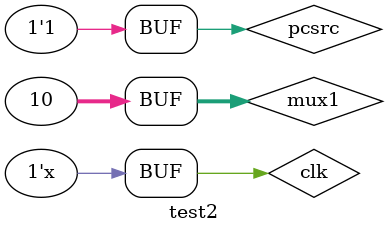
<source format=v>
`timescale 1ns / 1ps


module test2;

	// Inputs
	reg pcsrc;
	reg [31:0] mux1;
	reg clk;

	// Outputs
	wire [31:0] adderOutput;
	wire [31:0] instruction;

	// Instantiate the Unit Under Test (UUT)
	fetch uut (
		.pcsrc(pcsrc), 
		.mux1(mux1), 
		.clk(clk), 
		.adderOutput(adderOutput), 
		.instruction(instruction)
	);

	initial begin
		// Initialize Inputs
		pcsrc = 0;
		mux1 = 0;
		clk = 0;

		// Wait 100 ns for global reset to finish
		#100;
        mux1=10;
		  #100;
		  pcsrc=1;
		// Add stimulus here

	end
		always begin
			#50;
			clk=~clk;
		end      
endmodule


</source>
